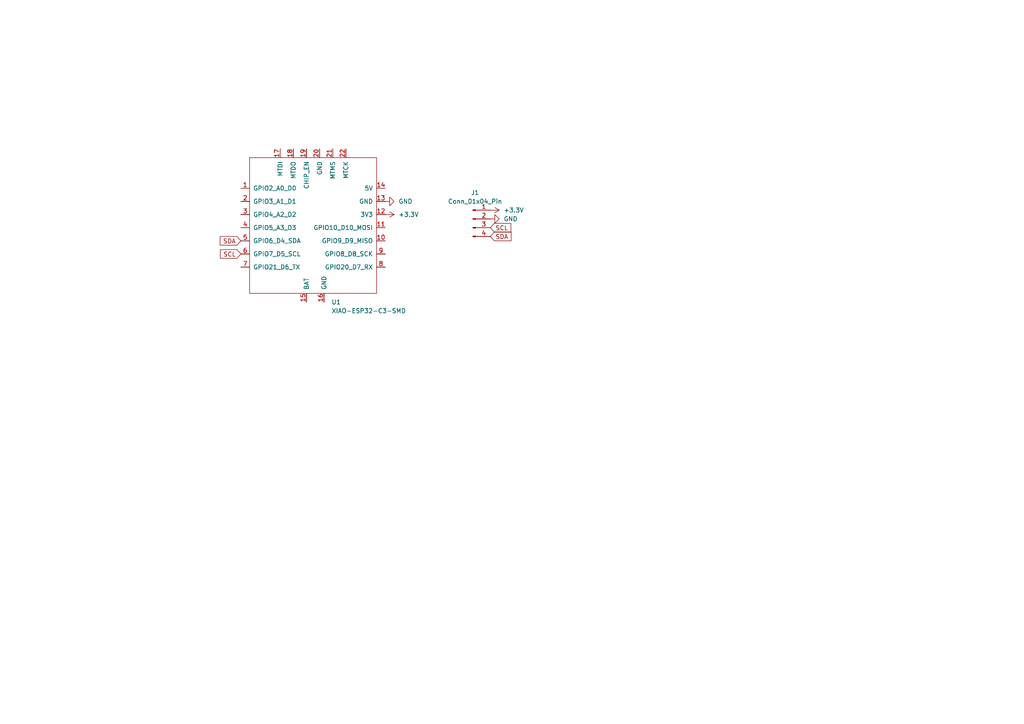
<source format=kicad_sch>
(kicad_sch (version 20250114) (generator "eeschema") (generator_version "9.0")
  (paper "A4")
  (lib_symbols
    (symbol "Connector:Conn_01x04_Pin" (pin_names (offset 1.016) (hide yes))
      (property "Reference" "J" (at 0 5.08 0))
      (property "Value" "Conn_01x04_Pin" (at 0 -7.62 0))
      (symbol "Conn_01x04_Pin_1_1"
        (rectangle (start 0.8636 2.667) (end 0 2.413) (stroke (width 0.1524)) (fill (type outline)))
        (rectangle (start 0.8636 0.127) (end 0 -0.127) (stroke (width 0.1524)) (fill (type outline)))
        (rectangle (start 0.8636 -2.413) (end 0 -2.667) (stroke (width 0.1524)) (fill (type outline)))
        (rectangle (start 0.8636 -4.953) (end 0 -5.207) (stroke (width 0.1524)) (fill (type outline)))
        (polyline (pts (xy 1.27 2.54) (xy 0.8636 2.54)) (stroke (width 0.1524)))
        (polyline (pts (xy 1.27 0) (xy 0.8636 0)) (stroke (width 0.1524)))
        (polyline (pts (xy 1.27 -2.54) (xy 0.8636 -2.54)) (stroke (width 0.1524)))
        (polyline (pts (xy 1.27 -5.08) (xy 0.8636 -5.08)) (stroke (width 0.1524)))
        (pin passive line (at 5.08 2.54 180) (length 3.81) (name "Pin_1") (number "1"))
        (pin passive line (at 5.08 0 180) (length 3.81) (name "Pin_2") (number "2"))
        (pin passive line (at 5.08 -2.54 180) (length 3.81) (name "Pin_3") (number "3"))
        (pin passive line (at 5.08 -5.08 180) (length 3.81) (name "Pin_4") (number "4"))
      )
    )
    (symbol "Seeed_Studio_XIAO_Series:XIAO-ESP32-C3-SMD" (pin_names (offset 1.016))
      (property "Reference" "U" (at -18.542 23.114 0))
      (property "Value" "XIAO-ESP32-C3-SMD" (at -8.382 21.336 0))
      (symbol "XIAO-ESP32-C3-SMD_0_1"
        (rectangle (start -19.05 20.32) (end 17.78 -19.05))
      )
      (symbol "XIAO-ESP32-C3-SMD_1_1"
        (pin passive line (at -21.59 11.43 0) (length 2.54) (name "GPIO2_A0_D0") (number "1"))
        (pin passive line (at -21.59 7.62 0) (length 2.54) (name "GPIO3_A1_D1") (number "2"))
        (pin passive line (at -21.59 3.81 0) (length 2.54) (name "GPIO4_A2_D2") (number "3"))
        (pin passive line (at -21.59 0 0) (length 2.54) (name "GPIO5_A3_D3") (number "4"))
        (pin passive line (at -21.59 -3.81 0) (length 2.54) (name "GPIO6_D4_SDA") (number "5"))
        (pin passive line (at -21.59 -7.62 0) (length 2.54) (name "GPIO7_D5_SCL") (number "6"))
        (pin passive line (at -21.59 -11.43 0) (length 2.54) (name "GPIO21_D6_TX") (number "7"))
        (pin passive line (at -10.16 22.86 270) (length 2.54) (name "MTDI") (number "17"))
        (pin passive line (at -6.35 22.86 270) (length 2.54) (name "MTDO") (number "18"))
        (pin passive line (at -2.54 22.86 270) (length 2.54) (name "CHIP_EN") (number "19"))
        (pin passive line (at -2.54 -21.59 90) (length 2.54) (name "BAT") (number "15"))
        (pin passive line (at 1.27 22.86 270) (length 2.54) (name "GND") (number "20"))
        (pin passive line (at 2.54 -21.59 90) (length 2.54) (name "GND") (number "16"))
        (pin passive line (at 5.08 22.86 270) (length 2.54) (name "MTMS") (number "21"))
        (pin passive line (at 8.89 22.86 270) (length 2.54) (name "MTCK") (number "22"))
        (pin passive line (at 20.32 11.43 180) (length 2.54) (name "5V") (number "14"))
        (pin passive line (at 20.32 7.62 180) (length 2.54) (name "GND") (number "13"))
        (pin passive line (at 20.32 3.81 180) (length 2.54) (name "3V3") (number "12"))
        (pin passive line (at 20.32 0 180) (length 2.54) (name "GPIO10_D10_MOSI") (number "11"))
        (pin passive line (at 20.32 -3.81 180) (length 2.54) (name "GPIO9_D9_MISO") (number "10"))
        (pin passive line (at 20.32 -7.62 180) (length 2.54) (name "GPIO8_D8_SCK") (number "9"))
        (pin passive line (at 20.32 -11.43 180) (length 2.54) (name "GPIO20_D7_RX") (number "8"))
      )
    )
    (symbol "power:+3.3V" (power) (pin_numbers (hide yes)) (pin_names (offset 0) (hide yes))
      (property "Value" "+3.3V" (at 0 3.556 0))
      (symbol "+3.3V_0_1"
        (polyline (pts (xy -0.762 1.27) (xy 0 2.54)))
        (polyline (pts (xy 0 2.54) (xy 0.762 1.27)))
        (polyline (pts (xy 0 0) (xy 0 2.54)))
      )
      (symbol "+3.3V_1_1"
        (pin power_in line (at 0 0 90) (length 0) (name "~") (number "1"))
      )
    )
    (symbol "power:GND" (power) (pin_numbers (hide yes)) (pin_names (offset 0) (hide yes))
      (property "Value" "GND" (at 0 -3.81 0))
      (symbol "GND_0_1"
        (polyline (pts (xy 0 0) (xy 0 -1.27) (xy 1.27 -1.27) (xy 0 -2.54) (xy -1.27 -1.27) (xy 0 -1.27)))
      )
      (symbol "GND_1_1"
        (pin power_in line (at 0 0 270) (length 0) (name "~") (number "1"))
      )
    )
  )
  (global_label "SCL" (shape input) (at 69.85 73.66 180) (property "Intersheetrefs" "${INTERSHEET_REFS}" (effects (hide yes))))
  (global_label "SDA" (shape input) (at 142.24 68.58 0) (property "Intersheetrefs" "${INTERSHEET_REFS}" (effects (hide yes))))
  (global_label "SDA" (shape input) (at 69.85 69.85 180) (property "Intersheetrefs" "${INTERSHEET_REFS}" (effects (hide yes))))
  (global_label "SCL" (shape input) (at 142.24 66.04 0) (property "Intersheetrefs" "${INTERSHEET_REFS}" (effects (hide yes))))
  (symbol (lib_id "power:GND") (at 142.24 63.5 90) (unit 1)
    (property "Reference" "#PWR07" (effects (hide yes)))
    (property "Value" "GND" (at 146.05 63.4999 90) (effects (justify right)))
    (property "Description" "Power symbol creates a global label with name \"GND\" , ground" (effects (hide yes)))
  )
  (symbol (lib_id "power:+3.3V") (at 142.24 60.96 270) (unit 1)
    (property "Reference" "#PWR06" (effects (hide yes)))
    (property "Value" "+3.3V" (at 146.05 60.9599 90) (effects (justify left)))
    (property "Description" "Power symbol creates a global label with name \"+3.3V\"" (effects (hide yes)))
  )
  (symbol (lib_id "Seeed_Studio_XIAO_Series:XIAO-ESP32-C3-SMD") (at 91.44 66.04 0) (unit 1)
    (property "Reference" "U1" (at 96.1233 87.63 0) (effects (justify left)))
    (property "Value" "XIAO-ESP32-C3-SMD" (at 96.1233 90.17 0) (effects (justify left)))
    (property "Footprint" "Seeed Studio XIAO Series Library:XIAO-ESP32C3-DIP" (effects (hide yes)))
  )
  (symbol (lib_id "Connector:Conn_01x04_Pin") (at 137.16 63.5 0) (unit 1)
    (property "Reference" "J1" (at 137.795 55.88 0))
    (property "Value" "Conn_01x04_Pin" (at 137.795 58.42 0))
    (property "Footprint" "Connector_PinHeader_2.54mm:PinHeader_1x04_P2.54mm_Vertical" (effects (hide yes)))
    (property "Description" "Generic connector, single row, 01x04, script generated" (effects (hide yes)))
  )
  (symbol (lib_id "power:+3.3V") (at 111.76 62.23 270) (unit 1)
    (property "Reference" "#PWR04" (effects (hide yes)))
    (property "Value" "+3.3V" (at 115.57 62.2299 90) (effects (justify left)))
    (property "Description" "Power symbol creates a global label with name \"+3.3V\"" (effects (hide yes)))
  )
  (symbol (lib_id "power:GND") (at 111.76 58.42 90) (unit 1)
    (property "Reference" "#PWR01" (effects (hide yes)))
    (property "Value" "GND" (at 115.57 58.4199 90) (effects (justify right)))
    (property "Description" "Power symbol creates a global label with name \"GND\" , ground" (effects (hide yes)))
  )
)
</source>
